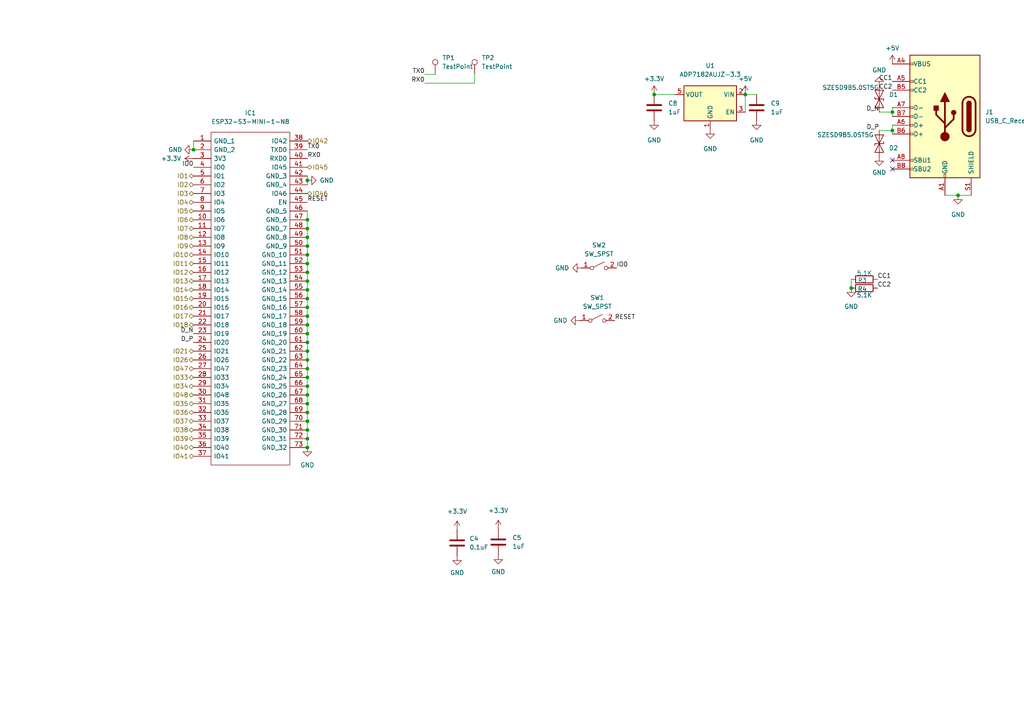
<source format=kicad_sch>
(kicad_sch (version 20211123) (generator eeschema)
  (paper "A4")
  (lib_symbols
    (symbol "Connector:TestPoint" (pin_numbers hide) (pin_names (offset 0.762) hide)
      (property "Reference" "TP" (at 0 6.858 0))
      (property "Value" "TestPoint" (at 0 5.08 0))
      (symbol "TestPoint_0_1"
        (circle (center 0 3.302) (radius 0.762))
      )
      (symbol "TestPoint_1_1"
        (pin passive line (at 0 0 90) (length 2.54) (name "1") (number "1"))
      )
    )
    (symbol "Connector:USB_C_Receptacle_USB2.0" (pin_names (offset 1.016))
      (property "Reference" "J" (at -10.16 19.05 0))
      (property "Value" "USB_C_Receptacle_USB2.0" (at 19.05 19.05 0))
      (symbol "USB_C_Receptacle_USB2.0_0_0"
        (rectangle (start -0.254 -17.78) (end 0.254 -16.764))
        (rectangle (start 10.16 -14.986) (end 9.144 -15.494))
        (rectangle (start 10.16 -12.446) (end 9.144 -12.954))
        (rectangle (start 10.16 -4.826) (end 9.144 -5.334))
        (rectangle (start 10.16 -2.286) (end 9.144 -2.794))
        (rectangle (start 10.16 0.254) (end 9.144 -0.254))
        (rectangle (start 10.16 2.794) (end 9.144 2.286))
        (rectangle (start 10.16 7.874) (end 9.144 7.366))
        (rectangle (start 10.16 10.414) (end 9.144 9.906))
        (rectangle (start 10.16 15.494) (end 9.144 14.986))
      )
      (symbol "USB_C_Receptacle_USB2.0_0_1"
        (rectangle (start -10.16 17.78) (end 10.16 -17.78) (stroke (width 0.254)) (fill (type background)))
        (arc (start -8.89 -3.81) (mid -6.985 -5.715) (end -5.08 -3.81) (stroke (width 0.508)))
        (arc (start -7.62 -3.81) (mid -6.985 -4.445) (end -6.35 -3.81) (stroke (width 0.254)))
        (arc (start -7.62 -3.81) (mid -6.985 -4.445) (end -6.35 -3.81) (stroke (width 0.254)) (fill (type outline)))
        (rectangle (start -7.62 -3.81) (end -6.35 3.81) (stroke (width 0.254)) (fill (type outline)))
        (arc (start -6.35 3.81) (mid -6.985 4.445) (end -7.62 3.81) (stroke (width 0.254)))
        (arc (start -6.35 3.81) (mid -6.985 4.445) (end -7.62 3.81) (stroke (width 0.254)) (fill (type outline)))
        (arc (start -5.08 3.81) (mid -6.985 5.715) (end -8.89 3.81) (stroke (width 0.508)))
        (circle (center -2.54 1.143) (radius 0.635) (stroke (width 0.254)) (fill (type outline)))
        (circle (center 0 -5.842) (radius 1.27) (fill (type outline)))
        (polyline (pts (xy -8.89 -3.81) (xy -8.89 3.81)) (stroke (width 0.508)))
        (polyline (pts (xy -5.08 3.81) (xy -5.08 -3.81)) (stroke (width 0.508)))
        (polyline (pts (xy 0 -5.842) (xy 0 4.318)) (stroke (width 0.508)))
        (polyline (pts (xy 0 -3.302) (xy -2.54 -0.762) (xy -2.54 0.508)) (stroke (width 0.508)))
        (polyline (pts (xy 0 -2.032) (xy 2.54 0.508) (xy 2.54 1.778)) (stroke (width 0.508)))
        (polyline (pts (xy -1.27 4.318) (xy 0 6.858) (xy 1.27 4.318) (xy -1.27 4.318)) (stroke (width 0.254)) (fill (type outline)))
        (rectangle (start 1.905 1.778) (end 3.175 3.048) (stroke (width 0.254)) (fill (type outline)))
      )
      (symbol "USB_C_Receptacle_USB2.0_1_1"
        (pin passive line (at 0 -22.86 90) (length 5.08) (name "GND") (number "A1"))
        (pin passive line (at 0 -22.86 90) (length 5.08) hide (name "GND") (number "A12"))
        (pin passive line (at 15.24 15.24 180) (length 5.08) (name "VBUS") (number "A4"))
        (pin bidirectional line (at 15.24 10.16 180) (length 5.08) (name "CC1") (number "A5"))
        (pin bidirectional line (at 15.24 -2.54 180) (length 5.08) (name "D+") (number "A6"))
        (pin bidirectional line (at 15.24 2.54 180) (length 5.08) (name "D-") (number "A7"))
        (pin bidirectional line (at 15.24 -12.7 180) (length 5.08) (name "SBU1") (number "A8"))
        (pin passive line (at 15.24 15.24 180) (length 5.08) hide (name "VBUS") (number "A9"))
        (pin passive line (at 0 -22.86 90) (length 5.08) hide (name "GND") (number "B1"))
        (pin passive line (at 0 -22.86 90) (length 5.08) hide (name "GND") (number "B12"))
        (pin passive line (at 15.24 15.24 180) (length 5.08) hide (name "VBUS") (number "B4"))
        (pin bidirectional line (at 15.24 7.62 180) (length 5.08) (name "CC2") (number "B5"))
        (pin bidirectional line (at 15.24 -5.08 180) (length 5.08) (name "D+") (number "B6"))
        (pin bidirectional line (at 15.24 0 180) (length 5.08) (name "D-") (number "B7"))
        (pin bidirectional line (at 15.24 -15.24 180) (length 5.08) (name "SBU2") (number "B8"))
        (pin passive line (at 15.24 15.24 180) (length 5.08) hide (name "VBUS") (number "B9"))
        (pin passive line (at -7.62 -22.86 90) (length 5.08) (name "SHIELD") (number "S1"))
      )
    )
    (symbol "Device:C" (pin_numbers hide) (pin_names (offset 0.254))
      (property "Reference" "C" (at 0.635 2.54 0))
      (property "Value" "C" (at 0.635 -2.54 0))
      (symbol "C_0_1"
        (polyline (pts (xy -2.032 -0.762) (xy 2.032 -0.762)) (stroke (width 0.508)))
        (polyline (pts (xy -2.032 0.762) (xy 2.032 0.762)) (stroke (width 0.508)))
      )
      (symbol "C_1_1"
        (pin passive line (at 0 3.81 270) (length 2.794) (name "~") (number "1"))
        (pin passive line (at 0 -3.81 90) (length 2.794) (name "~") (number "2"))
      )
    )
    (symbol "Device:R" (pin_numbers hide) (pin_names (offset 0))
      (property "Reference" "R" (at 2.032 0 90))
      (property "Value" "R" (at 0 0 90))
      (symbol "R_0_1"
        (rectangle (start -1.016 -2.54) (end 1.016 2.54) (stroke (width 0.254)))
      )
      (symbol "R_1_1"
        (pin passive line (at 0 3.81 270) (length 1.27) (name "~") (number "1"))
        (pin passive line (at 0 -3.81 90) (length 1.27) (name "~") (number "2"))
      )
    )
    (symbol "Diode:SZESD9B5.0ST5G" (pin_numbers hide) (pin_names (offset 1.016) hide)
      (property "Reference" "D" (at 0 2.54 0))
      (property "Value" "SZESD9B5.0ST5G" (at 0 -2.54 0))
      (symbol "SZESD9B5.0ST5G_0_1"
        (polyline (pts (xy 1.27 0) (xy -1.27 0)))
        (polyline (pts (xy -2.54 -1.27) (xy 0 0) (xy -2.54 1.27) (xy -2.54 -1.27)) (stroke (width 0.2032)))
        (polyline (pts (xy 0.508 1.27) (xy 0 1.27) (xy 0 -1.27) (xy -0.508 -1.27)) (stroke (width 0.2032)))
        (polyline (pts (xy 2.54 1.27) (xy 2.54 -1.27) (xy 0 0) (xy 2.54 1.27)) (stroke (width 0.2032)))
      )
      (symbol "SZESD9B5.0ST5G_1_1"
        (pin passive line (at -3.81 0 0) (length 2.54) (name "A1") (number "1"))
        (pin passive line (at 3.81 0 180) (length 2.54) (name "A2") (number "2"))
      )
    )
    (symbol "ESP32-S3-MINI-1-N8:ESP32-S3-MINI-1-N8" (pin_names (offset 0.762))
      (property "Reference" "IC" (at 29.21 7.62 0))
      (property "Value" "ESP32-S3-MINI-1-N8" (at 29.21 5.08 0))
      (symbol "ESP32-S3-MINI-1-N8_0_0"
        (pin passive line (at 0 0 0) (length 5.08) (name "GND_1") (number "1"))
        (pin passive line (at 0 -22.86 0) (length 5.08) (name "IO6") (number "10"))
        (pin passive line (at 0 -25.4 0) (length 5.08) (name "IO7") (number "11"))
        (pin passive line (at 0 -27.94 0) (length 5.08) (name "IO8") (number "12"))
        (pin passive line (at 0 -30.48 0) (length 5.08) (name "IO9") (number "13"))
        (pin passive line (at 0 -33.02 0) (length 5.08) (name "IO10") (number "14"))
        (pin passive line (at 0 -35.56 0) (length 5.08) (name "IO11") (number "15"))
        (pin passive line (at 0 -38.1 0) (length 5.08) (name "IO12") (number "16"))
        (pin passive line (at 0 -40.64 0) (length 5.08) (name "IO13") (number "17"))
        (pin passive line (at 0 -43.18 0) (length 5.08) (name "IO14") (number "18"))
        (pin passive line (at 0 -45.72 0) (length 5.08) (name "IO15") (number "19"))
        (pin passive line (at 0 -2.54 0) (length 5.08) (name "GND_2") (number "2"))
        (pin passive line (at 0 -48.26 0) (length 5.08) (name "IO16") (number "20"))
        (pin passive line (at 0 -50.8 0) (length 5.08) (name "IO17") (number "21"))
        (pin passive line (at 0 -53.34 0) (length 5.08) (name "IO18") (number "22"))
        (pin passive line (at 0 -55.88 0) (length 5.08) (name "IO19") (number "23"))
        (pin passive line (at 0 -58.42 0) (length 5.08) (name "IO20") (number "24"))
        (pin passive line (at 0 -60.96 0) (length 5.08) (name "IO21") (number "25"))
        (pin passive line (at 0 -63.5 0) (length 5.08) (name "IO26") (number "26"))
        (pin passive line (at 0 -66.04 0) (length 5.08) (name "IO47") (number "27"))
        (pin passive line (at 0 -68.58 0) (length 5.08) (name "IO33") (number "28"))
        (pin passive line (at 0 -71.12 0) (length 5.08) (name "IO34") (number "29"))
        (pin passive line (at 0 -5.08 0) (length 5.08) (name "3V3") (number "3"))
        (pin passive line (at 0 -73.66 0) (length 5.08) (name "IO48") (number "30"))
        (pin passive line (at 0 -76.2 0) (length 5.08) (name "IO35") (number "31"))
        (pin passive line (at 0 -78.74 0) (length 5.08) (name "IO36") (number "32"))
        (pin passive line (at 0 -81.28 0) (length 5.08) (name "IO37") (number "33"))
        (pin passive line (at 0 -83.82 0) (length 5.08) (name "IO38") (number "34"))
        (pin passive line (at 0 -86.36 0) (length 5.08) (name "IO39") (number "35"))
        (pin passive line (at 0 -88.9 0) (length 5.08) (name "IO40") (number "36"))
        (pin passive line (at 0 -91.44 0) (length 5.08) (name "IO41") (number "37"))
        (pin passive line (at 33.02 0 180) (length 5.08) (name "IO42") (number "38"))
        (pin passive line (at 33.02 -2.54 180) (length 5.08) (name "TXD0") (number "39"))
        (pin passive line (at 0 -7.62 0) (length 5.08) (name "IO0") (number "4"))
        (pin passive line (at 33.02 -5.08 180) (length 5.08) (name "RXD0") (number "40"))
        (pin passive line (at 33.02 -7.62 180) (length 5.08) (name "IO45") (number "41"))
        (pin passive line (at 33.02 -10.16 180) (length 5.08) (name "GND_3") (number "42"))
        (pin passive line (at 33.02 -12.7 180) (length 5.08) (name "GND_4") (number "43"))
        (pin passive line (at 33.02 -15.24 180) (length 5.08) (name "IO46") (number "44"))
        (pin passive line (at 33.02 -17.78 180) (length 5.08) (name "EN") (number "45"))
        (pin passive line (at 33.02 -20.32 180) (length 5.08) (name "GND_5") (number "46"))
        (pin passive line (at 33.02 -22.86 180) (length 5.08) (name "GND_6") (number "47"))
        (pin passive line (at 33.02 -25.4 180) (length 5.08) (name "GND_7") (number "48"))
        (pin passive line (at 33.02 -27.94 180) (length 5.08) (name "GND_8") (number "49"))
        (pin passive line (at 0 -10.16 0) (length 5.08) (name "IO1") (number "5"))
        (pin passive line (at 33.02 -30.48 180) (length 5.08) (name "GND_9") (number "50"))
        (pin passive line (at 33.02 -33.02 180) (length 5.08) (name "GND_10") (number "51"))
        (pin passive line (at 33.02 -35.56 180) (length 5.08) (name "GND_11") (number "52"))
        (pin passive line (at 33.02 -38.1 180) (length 5.08) (name "GND_12") (number "53"))
        (pin passive line (at 33.02 -40.64 180) (length 5.08) (name "GND_13") (number "54"))
        (pin passive line (at 33.02 -43.18 180) (length 5.08) (name "GND_14") (number "55"))
        (pin passive line (at 33.02 -45.72 180) (length 5.08) (name "GND_15") (number "56"))
        (pin passive line (at 33.02 -48.26 180) (length 5.08) (name "GND_16") (number "57"))
        (pin passive line (at 33.02 -50.8 180) (length 5.08) (name "GND_17") (number "58"))
        (pin passive line (at 33.02 -53.34 180) (length 5.08) (name "GND_18") (number "59"))
        (pin passive line (at 0 -12.7 0) (length 5.08) (name "IO2") (number "6"))
        (pin passive line (at 33.02 -55.88 180) (length 5.08) (name "GND_19") (number "60"))
        (pin passive line (at 33.02 -58.42 180) (length 5.08) (name "GND_20") (number "61"))
        (pin passive line (at 33.02 -60.96 180) (length 5.08) (name "GND_21") (number "62"))
        (pin passive line (at 33.02 -63.5 180) (length 5.08) (name "GND_22") (number "63"))
        (pin passive line (at 33.02 -66.04 180) (length 5.08) (name "GND_23") (number "64"))
        (pin passive line (at 33.02 -68.58 180) (length 5.08) (name "GND_24") (number "65"))
        (pin passive line (at 33.02 -71.12 180) (length 5.08) (name "GND_25") (number "66"))
        (pin passive line (at 33.02 -73.66 180) (length 5.08) (name "GND_26") (number "67"))
        (pin passive line (at 33.02 -76.2 180) (length 5.08) (name "GND_27") (number "68"))
        (pin passive line (at 33.02 -78.74 180) (length 5.08) (name "GND_28") (number "69"))
        (pin passive line (at 0 -15.24 0) (length 5.08) (name "IO3") (number "7"))
        (pin passive line (at 33.02 -81.28 180) (length 5.08) (name "GND_29") (number "70"))
        (pin passive line (at 33.02 -83.82 180) (length 5.08) (name "GND_30") (number "71"))
        (pin passive line (at 33.02 -86.36 180) (length 5.08) (name "GND_31") (number "72"))
        (pin passive line (at 33.02 -88.9 180) (length 5.08) (name "GND_32") (number "73"))
        (pin passive line (at 0 -17.78 0) (length 5.08) (name "IO4") (number "8"))
        (pin passive line (at 0 -20.32 0) (length 5.08) (name "IO5") (number "9"))
      )
      (symbol "ESP32-S3-MINI-1-N8_0_1"
        (polyline (pts (xy 5.08 2.54) (xy 27.94 2.54) (xy 27.94 -93.98) (xy 5.08 -93.98) (xy 5.08 2.54)) (stroke (width 0.1524)))
      )
    )
    (symbol "Regulator_Linear:ADP7182AUJZ-3.3"
      (property "Reference" "U" (at 0 -7.62 0))
      (property "Value" "ADP7182AUJZ-3.3" (at 0 -6.35 0))
      (symbol "ADP7182AUJZ-3.3_0_1"
        (rectangle (start -7.62 5.08) (end 7.62 -5.08) (stroke (width 0.254)) (fill (type background)))
      )
      (symbol "ADP7182AUJZ-3.3_1_1"
        (pin power_in line (at 0 7.62 270) (length 2.54) (name "GND") (number "1"))
        (pin power_in line (at -10.16 -2.54 0) (length 2.54) (name "VIN") (number "2"))
        (pin input line (at -10.16 2.54 0) (length 2.54) (name "EN") (number "3"))
        (pin no_connect line (at 7.62 0 180) (length 2.54) hide (name "NC") (number "4"))
        (pin power_out line (at 10.16 -2.54 180) (length 2.54) (name "VOUT") (number "5"))
      )
    )
    (symbol "Switch:SW_SPST" (pin_names (offset 0) hide)
      (property "Reference" "SW" (at 0 3.175 0))
      (property "Value" "SW_SPST" (at 0 -2.54 0))
      (symbol "SW_SPST_0_0"
        (circle (center -2.032 0) (radius 0.508))
        (polyline (pts (xy -1.524 0.254) (xy 1.524 1.778)))
        (circle (center 2.032 0) (radius 0.508))
      )
      (symbol "SW_SPST_1_1"
        (pin passive line (at -5.08 0 0) (length 2.54) (name "A") (number "1"))
        (pin passive line (at 5.08 0 180) (length 2.54) (name "B") (number "2"))
      )
    )
    (symbol "power:+3.3V" (power) (pin_names (offset 0))
      (property "Value" "+3.3V" (at 0 3.556 0))
      (symbol "+3.3V_0_1"
        (polyline (pts (xy -0.762 1.27) (xy 0 2.54)))
        (polyline (pts (xy 0 0) (xy 0 2.54)))
        (polyline (pts (xy 0 2.54) (xy 0.762 1.27)))
      )
      (symbol "+3.3V_1_1"
        (pin power_in line (at 0 0 90) (length 0) hide (name "+3.3V") (number "1"))
      )
    )
    (symbol "power:+5V" (power) (pin_names (offset 0))
      (property "Value" "+5V" (at 0 3.556 0))
      (symbol "+5V_0_1"
        (polyline (pts (xy -0.762 1.27) (xy 0 2.54)))
        (polyline (pts (xy 0 0) (xy 0 2.54)))
        (polyline (pts (xy 0 2.54) (xy 0.762 1.27)))
      )
      (symbol "+5V_1_1"
        (pin power_in line (at 0 0 90) (length 0) hide (name "+5V") (number "1"))
      )
    )
    (symbol "power:GND" (power) (pin_names (offset 0))
      (property "Value" "GND" (at 0 -3.81 0))
      (symbol "GND_0_1"
        (polyline (pts (xy 0 0) (xy 0 -1.27) (xy 1.27 -1.27) (xy 0 -2.54) (xy -1.27 -1.27) (xy 0 -1.27)))
      )
      (symbol "GND_1_1"
        (pin power_in line (at 0 0 270) (length 0) hide (name "GND") (number "1"))
      )
    )
  )
  (junction (at 89.154 127.254))
  (junction (at 89.154 112.014))
  (junction (at 89.154 68.834))
  (junction (at 89.154 71.374))
  (junction (at 89.154 76.454))
  (junction (at 89.154 89.154))
  (junction (at 89.154 119.634))
  (junction (at 89.154 122.174))
  (junction (at 89.154 84.074))
  (junction (at 89.154 91.694))
  (junction (at 216.154 27.432))
  (junction (at 89.154 109.474))
  (junction (at 89.154 104.394))
  (junction (at 189.738 27.432))
  (junction (at 89.154 66.294))
  (junction (at 277.876 56.642))
  (junction (at 56.134 43.434))
  (junction (at 89.154 99.314))
  (junction (at 89.154 78.994))
  (junction (at 89.154 94.234))
  (junction (at 258.826 32.512))
  (junction (at 89.154 63.754))
  (junction (at 246.888 83.566))
  (junction (at 89.154 52.324))
  (junction (at 89.154 73.914))
  (junction (at 89.154 96.774))
  (junction (at 89.154 86.614))
  (junction (at 89.154 114.554))
  (junction (at 89.154 129.794))
  (junction (at 89.154 101.854))
  (junction (at 89.154 106.934))
  (junction (at 89.154 81.534))
  (junction (at 89.154 124.714))
  (junction (at 258.826 37.846))
  (junction (at 89.154 117.094))
  (no_connect (at 258.826 49.022))
  (no_connect (at 258.826 46.482))
  (wire (pts (xy 274.066 56.642) (xy 277.876 56.642)))
  (wire (pts (xy 89.154 84.074) (xy 89.154 86.614)))
  (wire (pts (xy 89.154 86.614) (xy 89.154 89.154)))
  (wire (pts (xy 277.876 56.642) (xy 281.686 56.642)))
  (wire (pts (xy 126.238 21.59) (xy 126.238 21.336)))
  (wire (pts (xy 89.154 119.634) (xy 89.154 122.174)))
  (wire (pts (xy 89.154 66.294) (xy 89.154 68.834)))
  (wire (pts (xy 89.154 124.714) (xy 89.154 127.254)))
  (wire (pts (xy 89.154 109.474) (xy 89.154 112.014)))
  (wire (pts (xy 258.826 37.846) (xy 258.826 38.862)))
  (wire (pts (xy 56.134 40.894) (xy 56.134 43.434)))
  (wire (pts (xy 89.154 91.694) (xy 89.154 94.234)))
  (wire (pts (xy 89.154 81.534) (xy 89.154 84.074)))
  (wire (pts (xy 137.668 21.336) (xy 137.668 24.13)))
  (wire (pts (xy 258.826 36.322) (xy 258.826 37.846)))
  (wire (pts (xy 89.154 78.994) (xy 89.154 81.534)))
  (wire (pts (xy 89.154 61.214) (xy 89.154 63.754)))
  (wire (pts (xy 137.668 24.13) (xy 123.19 24.13)))
  (wire (pts (xy 89.154 52.324) (xy 89.154 53.594)))
  (wire (pts (xy 255.016 37.846) (xy 258.826 37.846)))
  (wire (pts (xy 258.826 31.242) (xy 258.826 32.512)))
  (wire (pts (xy 89.154 122.174) (xy 89.154 124.714)))
  (wire (pts (xy 89.154 99.314) (xy 89.154 101.854)))
  (wire (pts (xy 89.154 114.554) (xy 89.154 117.094)))
  (wire (pts (xy 89.154 89.154) (xy 89.154 91.694)))
  (wire (pts (xy 258.826 32.512) (xy 258.826 33.782)))
  (wire (pts (xy 216.154 27.432) (xy 216.154 32.512)))
  (wire (pts (xy 255.016 32.512) (xy 258.826 32.512)))
  (wire (pts (xy 89.154 101.854) (xy 89.154 104.394)))
  (wire (pts (xy 189.738 27.432) (xy 195.834 27.432)))
  (wire (pts (xy 89.154 112.014) (xy 89.154 114.554)))
  (wire (pts (xy 89.154 127.254) (xy 89.154 129.794)))
  (wire (pts (xy 89.154 96.774) (xy 89.154 99.314)))
  (wire (pts (xy 89.154 106.934) (xy 89.154 109.474)))
  (wire (pts (xy 246.888 81.026) (xy 246.888 83.566)))
  (wire (pts (xy 123.19 21.59) (xy 126.238 21.59)))
  (wire (pts (xy 89.154 117.094) (xy 89.154 119.634)))
  (wire (pts (xy 89.154 71.374) (xy 89.154 73.914)))
  (wire (pts (xy 89.154 63.754) (xy 89.154 66.294)))
  (wire (pts (xy 89.154 104.394) (xy 89.154 106.934)))
  (wire (pts (xy 89.154 73.914) (xy 89.154 76.454)))
  (wire (pts (xy 216.154 27.432) (xy 219.456 27.432)))
  (wire (pts (xy 89.154 68.834) (xy 89.154 71.374)))
  (wire (pts (xy 89.154 51.054) (xy 89.154 52.324)))
  (wire (pts (xy 89.154 94.234) (xy 89.154 96.774)))
  (wire (pts (xy 89.154 76.454) (xy 89.154 78.994)))
  (label "CC1" (at 254.508 81.026 0))
  (label "CC2" (at 258.826 26.162 180))
  (label "CC1" (at 258.826 23.622 180))
  (label "CC2" (at 254.508 83.566 0))
  (label "TX0" (at 123.19 21.59 180))
  (label "IO0" (at 56.134 48.514 180))
  (label "RESET" (at 178.308 92.964 0))
  (label "RX0" (at 89.154 45.974 0))
  (label "D_N" (at 56.134 96.774 180))
  (label "D_P" (at 56.134 99.314 180))
  (label "RX0" (at 123.19 24.13 180))
  (label "RESET" (at 89.154 58.674 0))
  (label "TX0" (at 89.154 43.434 0))
  (label "IO0" (at 178.816 77.724 0))
  (label "D_N" (at 255.016 32.512 180))
  (label "D_P" (at 255.016 37.846 180))
  (hierarchical_label "IO9" (shape bidirectional) (at 56.134 71.374 180))
  (hierarchical_label "IO39" (shape bidirectional) (at 56.134 127.254 180))
  (hierarchical_label "IO37" (shape bidirectional) (at 56.134 122.174 180))
  (hierarchical_label "IO34" (shape bidirectional) (at 56.134 112.014 180))
  (hierarchical_label "IO42" (shape bidirectional) (at 89.154 40.894 0))
  (hierarchical_label "IO17" (shape bidirectional) (at 56.134 91.694 180))
  (hierarchical_label "IO33" (shape bidirectional) (at 56.134 109.474 180))
  (hierarchical_label "IO48" (shape bidirectional) (at 56.134 114.554 180))
  (hierarchical_label "IO26" (shape bidirectional) (at 56.134 104.394 180))
  (hierarchical_label "IO35" (shape bidirectional) (at 56.134 117.094 180))
  (hierarchical_label "IO46" (shape bidirectional) (at 89.154 56.134 0))
  (hierarchical_label "IO3" (shape bidirectional) (at 56.134 56.134 180))
  (hierarchical_label "IO15" (shape bidirectional) (at 56.134 86.614 180))
  (hierarchical_label "IO4" (shape bidirectional) (at 56.134 58.674 180))
  (hierarchical_label "IO16" (shape bidirectional) (at 56.134 89.154 180))
  (hierarchical_label "IO14" (shape bidirectional) (at 56.134 84.074 180))
  (hierarchical_label "IO7" (shape bidirectional) (at 56.134 66.294 180))
  (hierarchical_label "IO6" (shape bidirectional) (at 56.134 63.754 180))
  (hierarchical_label "IO13" (shape bidirectional) (at 56.134 81.534 180))
  (hierarchical_label "IO5" (shape bidirectional) (at 56.134 61.214 180))
  (hierarchical_label "IO12" (shape bidirectional) (at 56.134 78.994 180))
  (hierarchical_label "IO47" (shape bidirectional) (at 56.134 106.934 180))
  (hierarchical_label "IO8" (shape bidirectional) (at 56.134 68.834 180))
  (hierarchical_label "IO36" (shape bidirectional) (at 56.134 119.634 180))
  (hierarchical_label "IO2" (shape bidirectional) (at 56.134 53.594 180))
  (hierarchical_label "IO38" (shape bidirectional) (at 56.134 124.714 180))
  (hierarchical_label "IO21" (shape bidirectional) (at 56.134 101.854 180))
  (hierarchical_label "IO11" (shape bidirectional) (at 56.134 76.454 180))
  (hierarchical_label "IO10" (shape bidirectional) (at 56.134 73.914 180))
  (hierarchical_label "IO18" (shape bidirectional) (at 56.134 94.234 180))
  (hierarchical_label "IO41" (shape bidirectional) (at 56.134 132.334 180))
  (hierarchical_label "IO40" (shape bidirectional) (at 56.134 129.794 180))
  (hierarchical_label "IO1" (shape bidirectional) (at 56.134 51.054 180))
  (hierarchical_label "IO45" (shape bidirectional) (at 89.154 48.514 0))
  (symbol (lib_id "Connector:USB_C_Receptacle_USB2.0") (at 274.066 33.782 0) (mirror y) (unit 1)
    (property "Reference" "J1" (at 285.75 32.5119 0) (effects (justify right)))
    (property "Value" "USB_C_Receptacle_USB2.0" (at 285.75 35.0519 0) (effects (justify right)))
    (property "Footprint" "Connector_USB:USB_C_Receptacle_XKB_U262-16XN-4BVC11" (effects hide))
    (property "Datasheet" "https://www.usb.org/sites/default/files/documents/usb_type-c.zip" (effects hide))
  )
  (symbol (lib_id "Device:R") (at 250.698 83.566 90) (unit 1)
    (property "Reference" "R4" (at 251.46 83.82 90) (effects (justify left)))
    (property "Value" "5.1K" (at 252.984 85.598 90) (effects (justify left)))
    (property "Footprint" "Resistor_SMD:R_0402_1005Metric" (effects hide))
  )
  (symbol (lib_id "power:+3.3V") (at 144.526 153.416 0) (unit 1)
    (property "Reference" "#PWR0109" (effects hide))
    (property "Value" "+3.3V" (at 144.526 148.082 0))
  )
  (symbol (lib_id "Device:R") (at 250.698 81.026 90) (unit 1)
    (property "Reference" "R3" (at 251.46 81.28 90) (effects (justify left)))
    (property "Value" "5.1K" (at 252.984 79.248 90) (effects (justify left)))
    (property "Footprint" "Resistor_SMD:R_0402_1005Metric" (effects hide))
  )
  (symbol (lib_id "power:GND") (at 255.016 45.466 0) (mirror y) (unit 1)
    (property "Reference" "#PWR0131" (effects hide))
    (property "Value" "GND" (at 255.016 50.038 0))
  )
  (symbol (lib_id "power:GND") (at 255.016 24.892 180) (unit 1)
    (property "Reference" "#PWR0132" (effects hide))
    (property "Value" "GND" (at 255.016 20.32 0))
  )
  (symbol (lib_id "power:GND") (at 277.876 56.642 0) (unit 1)
    (property "Reference" "#PWR0118" (effects hide))
    (property "Value" "GND" (at 277.876 62.23 0))
  )
  (symbol (lib_id "Connector:TestPoint") (at 137.668 21.336 0) (unit 1)
    (property "Reference" "TP2" (at 139.7 16.7639 0) (effects (justify left)))
    (property "Value" "TestPoint" (at 139.7 19.3039 0) (effects (justify left)))
    (property "Footprint" "TestPoint:TestPoint_Pad_D2.5mm" (effects hide))
  )
  (symbol (lib_id "power:+3.3V") (at 189.738 27.432 0) (unit 1)
    (property "Reference" "#PWR0134" (effects hide))
    (property "Value" "+3.3V" (at 189.738 22.86 0))
  )
  (symbol (lib_id "Switch:SW_SPST") (at 173.228 92.964 0) (unit 1)
    (property "Reference" "SW1" (at 173.228 86.36 0))
    (property "Value" "SW_SPST" (at 173.228 88.9 0))
    (property "Footprint" "Button_Switch_SMD:SW_SPST_B3U-1000P-B" (effects hide))
  )
  (symbol (lib_id "Regulator_Linear:ADP7182AUJZ-3.3") (at 205.994 29.972 180) (unit 1)
    (property "Reference" "U1" (at 205.994 19.05 0))
    (property "Value" "ADP7182AUJZ-3.3" (at 205.994 21.59 0))
    (property "Footprint" "Package_TO_SOT_SMD:TSOT-23-5" (effects hide))
    (property "Datasheet" "https://www.analog.com/media/en/technical-documentation/data-sheets/ADP7182.pdf" (effects hide))
  )
  (symbol (lib_id "power:GND") (at 132.588 161.29 0) (unit 1)
    (property "Reference" "#PWR0110" (effects hide))
    (property "Value" "GND" (at 132.588 166.116 0))
  )
  (symbol (lib_id "Device:C") (at 219.456 31.242 0) (unit 1)
    (property "Reference" "C9" (at 223.52 29.9719 0) (effects (justify left)))
    (property "Value" "1uF" (at 223.52 32.5119 0) (effects (justify left)))
    (property "Footprint" "Capacitor_SMD:C_0402_1005Metric" (effects hide))
  )
  (symbol (lib_id "power:GND") (at 189.738 35.052 0) (unit 1)
    (property "Reference" "#PWR0135" (effects hide))
    (property "Value" "GND" (at 189.738 40.64 0))
  )
  (symbol (lib_id "Device:C") (at 189.738 31.242 0) (unit 1)
    (property "Reference" "C8" (at 193.802 29.9719 0) (effects (justify left)))
    (property "Value" "1uF" (at 193.802 32.5119 0) (effects (justify left)))
    (property "Footprint" "Capacitor_SMD:C_0402_1005Metric" (effects hide))
  )
  (symbol (lib_id "power:+3.3V") (at 56.134 45.974 90) (unit 1)
    (property "Reference" "#PWR0122" (effects hide))
    (property "Value" "+3.3V" (at 52.578 45.9739 90) (effects (justify left)))
  )
  (symbol (lib_id "power:GND") (at 168.656 77.724 270) (unit 1)
    (property "Reference" "#PWR0116" (effects hide))
    (property "Value" "GND" (at 165.1 77.7239 90) (effects (justify right)))
  )
  (symbol (lib_id "power:+3.3V") (at 132.588 153.67 0) (unit 1)
    (property "Reference" "#PWR0108" (effects hide))
    (property "Value" "+3.3V" (at 132.588 148.336 0))
  )
  (symbol (lib_id "Device:C") (at 132.588 157.48 0) (unit 1)
    (property "Reference" "C4" (at 136.144 156.2099 0) (effects (justify left)))
    (property "Value" "0.1uF" (at 136.144 158.7499 0) (effects (justify left)))
    (property "Footprint" "Capacitor_SMD:C_0402_1005Metric" (effects hide))
  )
  (symbol (lib_id "Device:C") (at 144.526 157.226 0) (unit 1)
    (property "Reference" "C5" (at 148.59 155.9559 0) (effects (justify left)))
    (property "Value" "1uF" (at 148.59 158.4959 0) (effects (justify left)))
    (property "Footprint" "Capacitor_SMD:C_0402_1005Metric" (effects hide))
  )
  (symbol (lib_id "Diode:SZESD9B5.0ST5G") (at 255.016 41.656 90) (mirror x) (unit 1)
    (property "Reference" "D2" (at 257.81 42.9261 90) (effects (justify right)))
    (property "Value" "SZESD9B5.0ST5G" (at 236.982 39.116 90) (effects (justify right)))
    (property "Footprint" "Diode_SMD:D_SOD-923" (effects hide))
    (property "Datasheet" "https://www.onsemi.com/pub/Collateral/ESD9B-D.PDF" (effects hide))
  )
  (symbol (lib_id "power:GND") (at 56.134 43.434 270) (unit 1)
    (property "Reference" "#PWR0102" (effects hide))
    (property "Value" "GND" (at 48.768 43.434 90) (effects (justify left)))
  )
  (symbol (lib_id "Connector:TestPoint") (at 126.238 21.336 0) (unit 1)
    (property "Reference" "TP1" (at 128.27 16.7639 0) (effects (justify left)))
    (property "Value" "TestPoint" (at 128.27 19.3039 0) (effects (justify left)))
    (property "Footprint" "TestPoint:TestPoint_Pad_D2.5mm" (effects hide))
  )
  (symbol (lib_id "power:+5V") (at 216.154 27.432 0) (unit 1)
    (property "Reference" "#PWR0129" (effects hide))
    (property "Value" "+5V" (at 216.154 22.86 0))
  )
  (symbol (lib_id "ESP32-S3-MINI-1-N8:ESP32-S3-MINI-1-N8") (at 56.134 40.894 0) (unit 1)
    (property "Reference" "IC1" (at 72.644 32.766 0))
    (property "Value" "ESP32-S3-MINI-1-N8" (at 72.644 35.306 0))
    (property "Footprint" "ESP32-s3-wroom-mini:ESP32S3MINI1N8" (effects hide))
    (property "Datasheet" "https://www.espressif.com/sites/default/files/documentation/esp32-s3-mini-1_mini-1u_datasheet_en.pdf" (effects hide))
    (property "Description" "WiFi Development Tools - 802.11 [Engineering Samples] SMD Module, ESP32-S3FN8, 8 MB SPI Flash, PCB Antenna" (effects hide))
    (property "Height" "2.55" (effects hide))
    (property "Manufacturer_Name" "Espressif Systems" (effects hide))
    (property "Manufacturer_Part_Number" "ESP32-S3-MINI-1-N8" (effects hide))
    (property "Mouser Part Number" "356-ESP32-S3-MINI1N8" (effects hide))
    (property "Mouser Price/Stock" "https://www.mouser.co.uk/ProductDetail/Espressif-Systems/ESP32-S3-MINI-1-N8?qs=XAiT9M5g4x82rl6F%2FIYUQg%3D%3D" (effects hide))
  )
  (symbol (lib_id "power:GND") (at 89.154 52.324 90) (unit 1)
    (property "Reference" "#PWR0114" (effects hide))
    (property "Value" "GND" (at 92.71 52.3239 90) (effects (justify right)))
  )
  (symbol (lib_id "Diode:SZESD9B5.0ST5G") (at 255.016 28.702 90) (unit 1)
    (property "Reference" "D1" (at 257.81 27.4319 90) (effects (justify right)))
    (property "Value" "SZESD9B5.0ST5G" (at 238.506 25.4 90) (effects (justify right)))
    (property "Footprint" "Diode_SMD:D_SOD-923" (effects hide))
    (property "Datasheet" "https://www.onsemi.com/pub/Collateral/ESD9B-D.PDF" (effects hide))
  )
  (symbol (lib_id "power:GND") (at 144.526 161.036 0) (unit 1)
    (property "Reference" "#PWR0111" (effects hide))
    (property "Value" "GND" (at 144.526 165.862 0))
  )
  (symbol (lib_id "Switch:SW_SPST") (at 173.736 77.724 0) (unit 1)
    (property "Reference" "SW2" (at 173.736 71.12 0))
    (property "Value" "SW_SPST" (at 173.736 73.66 0))
    (property "Footprint" "Button_Switch_SMD:SW_SPST_B3U-1000P-B" (effects hide))
  )
  (symbol (lib_id "power:GND") (at 246.888 83.566 0) (unit 1)
    (property "Reference" "#PWR0119" (effects hide))
    (property "Value" "GND" (at 246.888 88.9 0))
  )
  (symbol (lib_id "power:GND") (at 205.994 37.592 0) (unit 1)
    (property "Reference" "#PWR0136" (effects hide))
    (property "Value" "GND" (at 205.994 43.18 0))
  )
  (symbol (lib_id "power:GND") (at 219.456 35.052 0) (unit 1)
    (property "Reference" "#PWR0130" (effects hide))
    (property "Value" "GND" (at 219.456 40.64 0))
  )
  (symbol (lib_id "power:GND") (at 89.154 129.794 0) (unit 1)
    (property "Reference" "#PWR0101" (effects hide))
    (property "Value" "GND" (at 89.154 134.874 0))
  )
  (symbol (lib_id "power:GND") (at 168.148 92.964 270) (unit 1)
    (property "Reference" "#PWR0117" (effects hide))
    (property "Value" "GND" (at 164.592 92.9639 90) (effects (justify right)))
  )
  (symbol (lib_id "power:+5V") (at 258.826 18.542 0) (unit 1)
    (property "Reference" "#PWR0133" (effects hide))
    (property "Value" "+5V" (at 258.826 13.97 0))
  )
)
</source>
